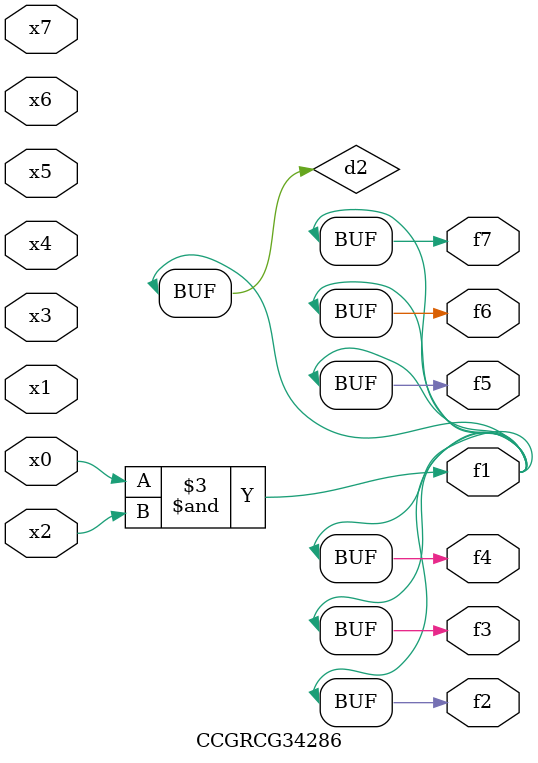
<source format=v>
module CCGRCG34286(
	input x0, x1, x2, x3, x4, x5, x6, x7,
	output f1, f2, f3, f4, f5, f6, f7
);

	wire d1, d2;

	nor (d1, x3, x6);
	and (d2, x0, x2);
	assign f1 = d2;
	assign f2 = d2;
	assign f3 = d2;
	assign f4 = d2;
	assign f5 = d2;
	assign f6 = d2;
	assign f7 = d2;
endmodule

</source>
